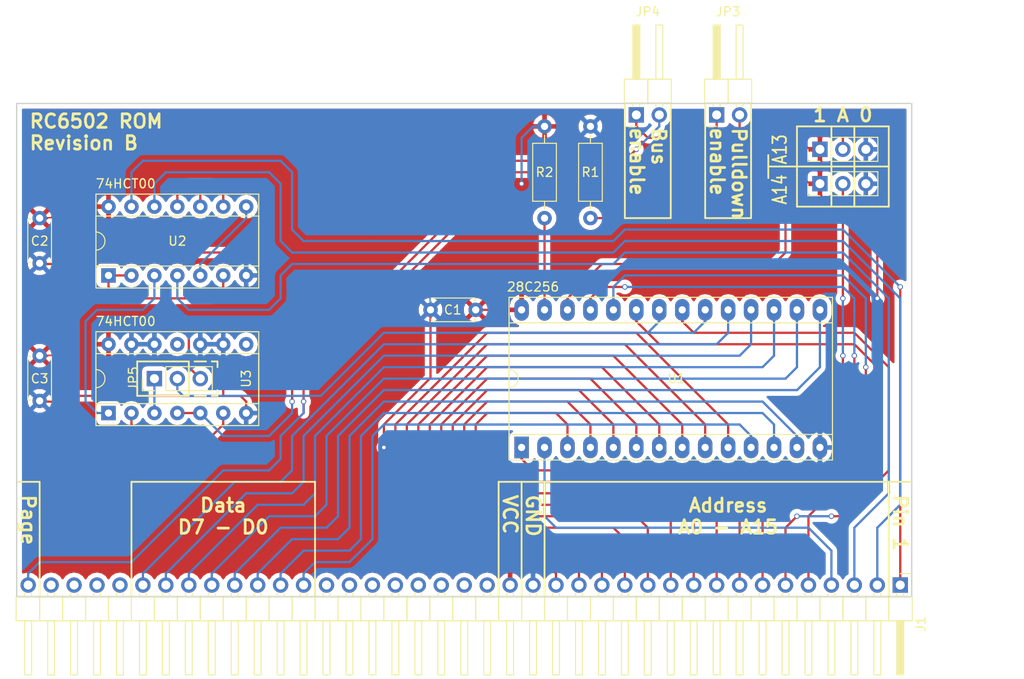
<source format=kicad_pcb>
(kicad_pcb (version 4) (host pcbnew 4.0.6)
  (layers (0 F.Cu signal) (31 B.Cu signal) (34 B.Paste user) (35 F.Paste user) (36 B.SilkS user) (37 F.SilkS user) (38 B.Mask user) (39 F.Mask user) (44 Edge.Cuts user))
  (net 0 "")
  (net 1 VCC)
  (net 2 GND)
  (net 3 A15)
  (net 4 A14)
  (net 5 A13)
  (net 6 A12)
  (net 7 A11)
  (net 8 A10)
  (net 9 A9)
  (net 10 A8)
  (net 11 A7)
  (net 12 A6)
  (net 13 A5)
  (net 14 A4)
  (net 15 A3)
  (net 16 A2)
  (net 17 A1)
  (net 18 A0)
  (net 19 D0)
  (net 20 D1)
  (net 21 D2)
  (net 22 D3)
  (net 23 D4)
  (net 24 D5)
  (net 25 D6)
  (net 26 D7)
  (net 27 "Net-(J1-Pad39)")
  (net 28 A13_W)
  (net 29 A14_W)
  (net 30 PAGE_EN)
  (net 31 "Net-(JP3-Pad2)")
  (net 32 CS)
  (net 33 CS_IN)
  (net 34 "Net-(U2-Pad5)")
  (net 35 "Net-(U2-Pad10)")
  (net 36 "Net-(U2-Pad3)")
  (net 37 "Net-(U3-Pad2)")
  (net 38 "Net-(R2-Pad1)")
  (net 39 "Net-(JP5-Pad1)")
  (module Capacitors_THT:C_Disc_D4.7mm_W2.5mm_P5.00mm (layer F.Cu) (at 160.02 113.03 180)
    (fp_text reference C1 (at 2.54 0 180) (layer F.SilkS))
    (fp_text value 100nF)
    (pad 1 thru_hole circle (at 0 0 180) (size 1.6 1.6) (drill 0.8) (layers *.Cu *.Mask) (net 1 VCC))
    (pad 2 thru_hole circle (at 5 0 180) (size 1.6 1.6) (drill 0.8) (layers *.Cu *.Mask) (net 2 GND))
  )
  (module Capacitors_THT:C_Disc_D4.7mm_W2.5mm_P5.00mm (layer F.Cu) (at 111.76 102.87 270)
    (fp_text reference C2 (at 2.54 0 360) (layer F.SilkS))
    (fp_text value 100nF)
    (pad 1 thru_hole circle (at 0 0 270) (size 1.6 1.6) (drill 0.8) (layers *.Cu *.Mask) (net 1 VCC))
    (pad 2 thru_hole circle (at 5 0 270) (size 1.6 1.6) (drill 0.8) (layers *.Cu *.Mask) (net 2 GND))
  )
  (module Capacitors_THT:C_Disc_D4.7mm_W2.5mm_P5.00mm (layer F.Cu) (at 111.76 118.11 270)
    (fp_text reference C3 (at 2.54 0 360) (layer F.SilkS))
    (fp_text value 100nF)
    (pad 1 thru_hole circle (at 0 0 270) (size 1.6 1.6) (drill 0.8) (layers *.Cu *.Mask) (net 1 VCC))
    (pad 2 thru_hole circle (at 5 0 270) (size 1.6 1.6) (drill 0.8) (layers *.Cu *.Mask) (net 2 GND))
  )
  (module Pin_Headers:Pin_Header_Angled_1x39_Pitch2.54mm (layer F.Cu) (at 207.01 143.51 270)
    (fp_text reference J1 (at 4.315 -2.27 270) (layer F.SilkS))
    (fp_text value CONN_01X39)
    (pad 1 thru_hole rect (at 0 0 270) (size 1.7 1.7) (drill 1) (layers *.Cu *.Mask) (net 3 A15))
    (pad 2 thru_hole oval (at 0 2.54 270) (size 1.7 1.7) (drill 1) (layers *.Cu *.Mask) (net 4 A14))
    (pad 3 thru_hole oval (at 0 5.08 270) (size 1.7 1.7) (drill 1) (layers *.Cu *.Mask) (net 5 A13))
    (pad 4 thru_hole oval (at 0 7.62 270) (size 1.7 1.7) (drill 1) (layers *.Cu *.Mask) (net 6 A12))
    (pad 5 thru_hole oval (at 0 10.16 270) (size 1.7 1.7) (drill 1) (layers *.Cu *.Mask) (net 7 A11))
    (pad 6 thru_hole oval (at 0 12.7 270) (size 1.7 1.7) (drill 1) (layers *.Cu *.Mask) (net 8 A10))
    (pad 7 thru_hole oval (at 0 15.24 270) (size 1.7 1.7) (drill 1) (layers *.Cu *.Mask) (net 9 A9))
    (pad 8 thru_hole oval (at 0 17.78 270) (size 1.7 1.7) (drill 1) (layers *.Cu *.Mask) (net 10 A8))
    (pad 9 thru_hole oval (at 0 20.32 270) (size 1.7 1.7) (drill 1) (layers *.Cu *.Mask) (net 11 A7))
    (pad 10 thru_hole oval (at 0 22.86 270) (size 1.7 1.7) (drill 1) (layers *.Cu *.Mask) (net 12 A6))
    (pad 11 thru_hole oval (at 0 25.4 270) (size 1.7 1.7) (drill 1) (layers *.Cu *.Mask) (net 13 A5))
    (pad 12 thru_hole oval (at 0 27.94 270) (size 1.7 1.7) (drill 1) (layers *.Cu *.Mask) (net 14 A4))
    (pad 13 thru_hole oval (at 0 30.48 270) (size 1.7 1.7) (drill 1) (layers *.Cu *.Mask) (net 15 A3))
    (pad 14 thru_hole oval (at 0 33.02 270) (size 1.7 1.7) (drill 1) (layers *.Cu *.Mask) (net 16 A2))
    (pad 15 thru_hole oval (at 0 35.56 270) (size 1.7 1.7) (drill 1) (layers *.Cu *.Mask) (net 17 A1))
    (pad 16 thru_hole oval (at 0 38.1 270) (size 1.7 1.7) (drill 1) (layers *.Cu *.Mask) (net 18 A0))
    (pad 17 thru_hole oval (at 0 40.64 270) (size 1.7 1.7) (drill 1) (layers *.Cu *.Mask) (net 2 GND))
    (pad 18 thru_hole oval (at 0 43.18 270) (size 1.7 1.7) (drill 1) (layers *.Cu *.Mask) (net 1 VCC))
    (pad 19 thru_hole oval (at 0 45.72 270) (size 1.7 1.7) (drill 1) (layers *.Cu *.Mask))
    (pad 20 thru_hole oval (at 0 48.26 270) (size 1.7 1.7) (drill 1) (layers *.Cu *.Mask))
    (pad 21 thru_hole oval (at 0 50.8 270) (size 1.7 1.7) (drill 1) (layers *.Cu *.Mask))
    (pad 22 thru_hole oval (at 0 53.34 270) (size 1.7 1.7) (drill 1) (layers *.Cu *.Mask))
    (pad 23 thru_hole oval (at 0 55.88 270) (size 1.7 1.7) (drill 1) (layers *.Cu *.Mask))
    (pad 24 thru_hole oval (at 0 58.42 270) (size 1.7 1.7) (drill 1) (layers *.Cu *.Mask))
    (pad 25 thru_hole oval (at 0 60.96 270) (size 1.7 1.7) (drill 1) (layers *.Cu *.Mask))
    (pad 26 thru_hole oval (at 0 63.5 270) (size 1.7 1.7) (drill 1) (layers *.Cu *.Mask))
    (pad 27 thru_hole oval (at 0 66.04 270) (size 1.7 1.7) (drill 1) (layers *.Cu *.Mask) (net 19 D0))
    (pad 28 thru_hole oval (at 0 68.58 270) (size 1.7 1.7) (drill 1) (layers *.Cu *.Mask) (net 20 D1))
    (pad 29 thru_hole oval (at 0 71.12 270) (size 1.7 1.7) (drill 1) (layers *.Cu *.Mask) (net 21 D2))
    (pad 30 thru_hole oval (at 0 73.66 270) (size 1.7 1.7) (drill 1) (layers *.Cu *.Mask) (net 22 D3))
    (pad 31 thru_hole oval (at 0 76.2 270) (size 1.7 1.7) (drill 1) (layers *.Cu *.Mask) (net 23 D4))
    (pad 32 thru_hole oval (at 0 78.74 270) (size 1.7 1.7) (drill 1) (layers *.Cu *.Mask) (net 24 D5))
    (pad 33 thru_hole oval (at 0 81.28 270) (size 1.7 1.7) (drill 1) (layers *.Cu *.Mask) (net 25 D6))
    (pad 34 thru_hole oval (at 0 83.82 270) (size 1.7 1.7) (drill 1) (layers *.Cu *.Mask) (net 26 D7))
    (pad 35 thru_hole oval (at 0 86.36 270) (size 1.7 1.7) (drill 1) (layers *.Cu *.Mask))
    (pad 36 thru_hole oval (at 0 88.9 270) (size 1.7 1.7) (drill 1) (layers *.Cu *.Mask))
    (pad 37 thru_hole oval (at 0 91.44 270) (size 1.7 1.7) (drill 1) (layers *.Cu *.Mask))
    (pad 38 thru_hole oval (at 0 93.98 270) (size 1.7 1.7) (drill 1) (layers *.Cu *.Mask))
    (pad 39 thru_hole oval (at 0 96.52 270) (size 1.7 1.7) (drill 1) (layers *.Cu *.Mask) (net 27 "Net-(J1-Pad39)"))
  )
  (module Pin_Headers:Pin_Header_Angled_1x02_Pitch2.54mm (layer F.Cu) (at 186.69 91.44 90)
    (fp_text reference JP3 (at 11.43 1.27 180) (layer F.SilkS))
    (fp_text value "Page PullDown")
    (pad 1 thru_hole rect (at 0 0 90) (size 1.7 1.7) (drill 1) (layers *.Cu *.Mask) (net 30 PAGE_EN))
    (pad 2 thru_hole oval (at 0 2.54 90) (size 1.7 1.7) (drill 1) (layers *.Cu *.Mask) (net 31 "Net-(JP3-Pad2)"))
  )
  (module Pin_Headers:Pin_Header_Angled_1x02_Pitch2.54mm (layer F.Cu) (at 177.8 91.44 90)
    (fp_text reference JP4 (at 11.43 1.27 180) (layer F.SilkS))
    (fp_text value "Bus enable")
    (pad 1 thru_hole rect (at 0 0 90) (size 1.7 1.7) (drill 1) (layers *.Cu *.Mask) (net 30 PAGE_EN))
    (pad 2 thru_hole oval (at 0 2.54 90) (size 1.7 1.7) (drill 1) (layers *.Cu *.Mask) (net 27 "Net-(J1-Pad39)"))
  )
  (module Resistors_THT:R_Axial_DIN0207_L6.3mm_D2.5mm_P10.16mm_Horizontal (layer F.Cu) (at 172.72 92.71 270)
    (fp_text reference R1 (at 5.08 0 360) (layer F.SilkS))
    (fp_text value 10k)
    (pad 1 thru_hole circle (at 0 0 270) (size 1.6 1.6) (drill 0.8) (layers *.Cu *.Mask) (net 2 GND))
    (pad 2 thru_hole oval (at 10.16 0 270) (size 1.6 1.6) (drill 0.8) (layers *.Cu *.Mask) (net 31 "Net-(JP3-Pad2)"))
  )
  (module Resistors_THT:R_Axial_DIN0207_L6.3mm_D2.5mm_P10.16mm_Horizontal (layer F.Cu) (at 167.64 102.87 90)
    (fp_text reference R2 (at 5.08 0 180) (layer F.SilkS))
    (fp_text value 3.3k)
    (pad 1 thru_hole circle (at 0 0 90) (size 1.6 1.6) (drill 0.8) (layers *.Cu *.Mask) (net 38 "Net-(R2-Pad1)"))
    (pad 2 thru_hole oval (at 10.16 0 90) (size 1.6 1.6) (drill 0.8) (layers *.Cu *.Mask) (net 1 VCC))
  )
  (module Housings_DIP:DIP-28_W15.24mm_Socket_LongPads (layer F.Cu) (at 165.1 128.27 90)
    (fp_text reference U1 (at 7.62 17.145 180) (layer F.SilkS))
    (fp_text value 28C256 (at 17.78 1.27 180) (layer F.SilkS))
    (pad 1 thru_hole rect (at 0 0 90) (size 2.4 1.6) (drill 0.8) (layers *.Cu *.Mask) (net 29 A14_W))
    (pad 15 thru_hole oval (at 15.24 33.02 90) (size 2.4 1.6) (drill 0.8) (layers *.Cu *.Mask) (net 22 D3))
    (pad 2 thru_hole oval (at 0 2.54 90) (size 2.4 1.6) (drill 0.8) (layers *.Cu *.Mask) (net 6 A12))
    (pad 16 thru_hole oval (at 15.24 30.48 90) (size 2.4 1.6) (drill 0.8) (layers *.Cu *.Mask) (net 23 D4))
    (pad 3 thru_hole oval (at 0 5.08 90) (size 2.4 1.6) (drill 0.8) (layers *.Cu *.Mask) (net 11 A7))
    (pad 17 thru_hole oval (at 15.24 27.94 90) (size 2.4 1.6) (drill 0.8) (layers *.Cu *.Mask) (net 24 D5))
    (pad 4 thru_hole oval (at 0 7.62 90) (size 2.4 1.6) (drill 0.8) (layers *.Cu *.Mask) (net 12 A6))
    (pad 18 thru_hole oval (at 15.24 25.4 90) (size 2.4 1.6) (drill 0.8) (layers *.Cu *.Mask) (net 25 D6))
    (pad 5 thru_hole oval (at 0 10.16 90) (size 2.4 1.6) (drill 0.8) (layers *.Cu *.Mask) (net 13 A5))
    (pad 19 thru_hole oval (at 15.24 22.86 90) (size 2.4 1.6) (drill 0.8) (layers *.Cu *.Mask) (net 26 D7))
    (pad 6 thru_hole oval (at 0 12.7 90) (size 2.4 1.6) (drill 0.8) (layers *.Cu *.Mask) (net 14 A4))
    (pad 20 thru_hole oval (at 15.24 20.32 90) (size 2.4 1.6) (drill 0.8) (layers *.Cu *.Mask) (net 32 CS))
    (pad 7 thru_hole oval (at 0 15.24 90) (size 2.4 1.6) (drill 0.8) (layers *.Cu *.Mask) (net 15 A3))
    (pad 21 thru_hole oval (at 15.24 17.78 90) (size 2.4 1.6) (drill 0.8) (layers *.Cu *.Mask) (net 8 A10))
    (pad 8 thru_hole oval (at 0 17.78 90) (size 2.4 1.6) (drill 0.8) (layers *.Cu *.Mask) (net 16 A2))
    (pad 22 thru_hole oval (at 15.24 15.24 90) (size 2.4 1.6) (drill 0.8) (layers *.Cu *.Mask) (net 32 CS))
    (pad 9 thru_hole oval (at 0 20.32 90) (size 2.4 1.6) (drill 0.8) (layers *.Cu *.Mask) (net 17 A1))
    (pad 23 thru_hole oval (at 15.24 12.7 90) (size 2.4 1.6) (drill 0.8) (layers *.Cu *.Mask) (net 7 A11))
    (pad 10 thru_hole oval (at 0 22.86 90) (size 2.4 1.6) (drill 0.8) (layers *.Cu *.Mask) (net 18 A0))
    (pad 24 thru_hole oval (at 15.24 10.16 90) (size 2.4 1.6) (drill 0.8) (layers *.Cu *.Mask) (net 9 A9))
    (pad 11 thru_hole oval (at 0 25.4 90) (size 2.4 1.6) (drill 0.8) (layers *.Cu *.Mask) (net 19 D0))
    (pad 25 thru_hole oval (at 15.24 7.62 90) (size 2.4 1.6) (drill 0.8) (layers *.Cu *.Mask) (net 10 A8))
    (pad 12 thru_hole oval (at 0 27.94 90) (size 2.4 1.6) (drill 0.8) (layers *.Cu *.Mask) (net 20 D1))
    (pad 26 thru_hole oval (at 15.24 5.08 90) (size 2.4 1.6) (drill 0.8) (layers *.Cu *.Mask) (net 28 A13_W))
    (pad 13 thru_hole oval (at 0 30.48 90) (size 2.4 1.6) (drill 0.8) (layers *.Cu *.Mask) (net 21 D2))
    (pad 27 thru_hole oval (at 15.24 2.54 90) (size 2.4 1.6) (drill 0.8) (layers *.Cu *.Mask) (net 38 "Net-(R2-Pad1)"))
    (pad 14 thru_hole oval (at 0 33.02 90) (size 2.4 1.6) (drill 0.8) (layers *.Cu *.Mask) (net 2 GND))
    (pad 28 thru_hole oval (at 15.24 0 90) (size 2.4 1.6) (drill 0.8) (layers *.Cu *.Mask) (net 1 VCC))
  )
  (module Housings_DIP:DIP-14_W7.62mm_Socket (layer F.Cu) (at 119.38 109.22 90)
    (fp_text reference U2 (at 3.81 7.62 180) (layer F.SilkS))
    (fp_text value 74HCT00 (at 10.16 1.905 180) (layer F.SilkS))
    (pad 1 thru_hole rect (at 0 0 90) (size 1.6 1.6) (drill 0.8) (layers *.Cu *.Mask) (net 33 CS_IN))
    (pad 8 thru_hole oval (at 7.62 15.24 90) (size 1.6 1.6) (drill 0.8) (layers *.Cu *.Mask) (net 34 "Net-(U2-Pad5)"))
    (pad 2 thru_hole oval (at 0 2.54 90) (size 1.6 1.6) (drill 0.8) (layers *.Cu *.Mask) (net 33 CS_IN))
    (pad 9 thru_hole oval (at 7.62 12.7 90) (size 1.6 1.6) (drill 0.8) (layers *.Cu *.Mask) (net 35 "Net-(U2-Pad10)"))
    (pad 3 thru_hole oval (at 0 5.08 90) (size 1.6 1.6) (drill 0.8) (layers *.Cu *.Mask) (net 36 "Net-(U2-Pad3)"))
    (pad 10 thru_hole oval (at 7.62 10.16 90) (size 1.6 1.6) (drill 0.8) (layers *.Cu *.Mask) (net 35 "Net-(U2-Pad10)"))
    (pad 4 thru_hole oval (at 0 7.62 90) (size 1.6 1.6) (drill 0.8) (layers *.Cu *.Mask) (net 5 A13))
    (pad 11 thru_hole oval (at 7.62 7.62 90) (size 1.6 1.6) (drill 0.8) (layers *.Cu *.Mask) (net 35 "Net-(U2-Pad10)"))
    (pad 5 thru_hole oval (at 0 10.16 90) (size 1.6 1.6) (drill 0.8) (layers *.Cu *.Mask) (net 34 "Net-(U2-Pad5)"))
    (pad 12 thru_hole oval (at 7.62 5.08 90) (size 1.6 1.6) (drill 0.8) (layers *.Cu *.Mask) (net 4 A14))
    (pad 6 thru_hole oval (at 0 12.7 90) (size 1.6 1.6) (drill 0.8) (layers *.Cu *.Mask) (net 33 CS_IN))
    (pad 13 thru_hole oval (at 7.62 2.54 90) (size 1.6 1.6) (drill 0.8) (layers *.Cu *.Mask) (net 3 A15))
    (pad 7 thru_hole oval (at 0 15.24 90) (size 1.6 1.6) (drill 0.8) (layers *.Cu *.Mask) (net 2 GND))
    (pad 14 thru_hole oval (at 7.62 0 90) (size 1.6 1.6) (drill 0.8) (layers *.Cu *.Mask) (net 1 VCC))
  )
  (module Housings_DIP:DIP-14_W7.62mm_Socket (layer F.Cu) (at 119.38 124.46 90)
    (fp_text reference U3 (at 3.81 15.24 270) (layer F.SilkS))
    (fp_text value 74HCT00 (at 10.16 1.905 180) (layer F.SilkS))
    (pad 1 thru_hole rect (at 0 0 90) (size 1.6 1.6) (drill 0.8) (layers *.Cu *.Mask) (net 36 "Net-(U2-Pad3)"))
    (pad 8 thru_hole oval (at 7.62 15.24 90) (size 1.6 1.6) (drill 0.8) (layers *.Cu *.Mask))
    (pad 2 thru_hole oval (at 0 2.54 90) (size 1.6 1.6) (drill 0.8) (layers *.Cu *.Mask) (net 37 "Net-(U3-Pad2)"))
    (pad 9 thru_hole oval (at 7.62 12.7 90) (size 1.6 1.6) (drill 0.8) (layers *.Cu *.Mask) (net 2 GND))
    (pad 3 thru_hole oval (at 0 5.08 90) (size 1.6 1.6) (drill 0.8) (layers *.Cu *.Mask) (net 39 "Net-(JP5-Pad1)"))
    (pad 10 thru_hole oval (at 7.62 10.16 90) (size 1.6 1.6) (drill 0.8) (layers *.Cu *.Mask) (net 2 GND))
    (pad 4 thru_hole oval (at 0 7.62 90) (size 1.6 1.6) (drill 0.8) (layers *.Cu *.Mask) (net 30 PAGE_EN))
    (pad 11 thru_hole oval (at 7.62 7.62 90) (size 1.6 1.6) (drill 0.8) (layers *.Cu *.Mask))
    (pad 5 thru_hole oval (at 0 10.16 90) (size 1.6 1.6) (drill 0.8) (layers *.Cu *.Mask) (net 30 PAGE_EN))
    (pad 12 thru_hole oval (at 7.62 5.08 90) (size 1.6 1.6) (drill 0.8) (layers *.Cu *.Mask) (net 2 GND))
    (pad 6 thru_hole oval (at 0 12.7 90) (size 1.6 1.6) (drill 0.8) (layers *.Cu *.Mask) (net 37 "Net-(U3-Pad2)"))
    (pad 13 thru_hole oval (at 7.62 2.54 90) (size 1.6 1.6) (drill 0.8) (layers *.Cu *.Mask) (net 2 GND))
    (pad 7 thru_hole oval (at 0 15.24 90) (size 1.6 1.6) (drill 0.8) (layers *.Cu *.Mask) (net 2 GND))
    (pad 14 thru_hole oval (at 7.62 0 90) (size 1.6 1.6) (drill 0.8) (layers *.Cu *.Mask) (net 1 VCC))
  )
  (module Pin_Headers:Pin_Header_Straight_1x03_Pitch2.54mm (layer F.Cu) (at 198.12 95.25 90)
    (fp_text reference JP1)
    (fp_text value "A13 Select")
    (pad 1 thru_hole rect (at 0 0 90) (size 1.7 1.7) (drill 1) (layers *.Cu *.Mask) (net 1 VCC))
    (pad 2 thru_hole oval (at 0 2.54 90) (size 1.7 1.7) (drill 1) (layers *.Cu *.Mask) (net 28 A13_W))
    (pad 3 thru_hole oval (at 0 5.08 90) (size 1.7 1.7) (drill 1) (layers *.Cu *.Mask) (net 2 GND))
  )
  (module Pin_Headers:Pin_Header_Straight_1x03_Pitch2.54mm (layer F.Cu) (at 198.12 99.06 90)
    (fp_text reference JP2)
    (fp_text value "A14 Select")
    (pad 1 thru_hole rect (at 0 0 90) (size 1.7 1.7) (drill 1) (layers *.Cu *.Mask) (net 1 VCC))
    (pad 2 thru_hole oval (at 0 2.54 90) (size 1.7 1.7) (drill 1) (layers *.Cu *.Mask) (net 29 A14_W))
    (pad 3 thru_hole oval (at 0 5.08 90) (size 1.7 1.7) (drill 1) (layers *.Cu *.Mask) (net 2 GND))
  )
  (module Pin_Headers:Pin_Header_Straight_1x03_Pitch2.54mm (layer F.Cu) (at 124.46 120.65 90)
    (fp_text reference JP5 (at 0 -2.33 90) (layer F.SilkS))
    (fp_text value "Page mode")
    (pad 1 thru_hole rect (at 0 0 90) (size 1.7 1.7) (drill 1) (layers *.Cu *.Mask) (net 39 "Net-(JP5-Pad1)"))
    (pad 2 thru_hole oval (at 0 2.54 90) (size 1.7 1.7) (drill 1) (layers *.Cu *.Mask) (net 32 CS))
    (pad 3 thru_hole oval (at 0 5.08 90) (size 1.7 1.7) (drill 1) (layers *.Cu *.Mask) (net 33 CS_IN))
  )
  (gr_line (start 128.905 118.745) (end 130.175 118.745) (angle 90) (layer F.SilkS) (width 0.2))
  (gr_line (start 130.175 122.555) (end 128.905 122.555) (angle 90) (layer F.SilkS) (width 0.2))
  (gr_line (start 131.445 122.555) (end 130.81 122.555) (angle 90) (layer F.SilkS) (width 0.2))
  (gr_line (start 131.445 121.92) (end 131.445 122.555) (angle 90) (layer F.SilkS) (width 0.2))
  (gr_line (start 131.445 118.745) (end 131.445 119.38) (angle 90) (layer F.SilkS) (width 0.2))
  (gr_line (start 130.81 118.745) (end 131.445 118.745) (angle 90) (layer F.SilkS) (width 0.2))
  (gr_line (start 122.555 118.745) (end 128.27 118.745) (angle 90) (layer F.SilkS) (width 0.2))
  (gr_line (start 122.555 122.555) (end 122.555 118.745) (angle 90) (layer F.SilkS) (width 0.2))
  (gr_line (start 128.27 122.555) (end 122.555 122.555) (angle 90) (layer F.SilkS) (width 0.2))
  (gr_line (start 128.27 118.745) (end 128.27 122.555) (angle 90) (layer F.SilkS) (width 0.2))
  (gr_line (start 192.405 95.885) (end 192.405 98.425) (angle 90) (layer F.SilkS) (width 0.2))
  (gr_line (start 205.74 97.155) (end 192.405 97.155) (angle 90) (layer F.SilkS) (width 0.2))
  (gr_text A14 (at 193.675 99.695 90) (layer F.SilkS) (effects (font (size 1.5 1.2) (thickness 0.2))))
  (gr_text A13 (at 193.675 95.25 90) (layer F.SilkS) (effects (font (size 1.5 1.2) (thickness 0.2))))
  (gr_text Page (at 110.49 133.35 270) (layer F.SilkS) (effects (font (size 1.5 1.5) (thickness 0.3)) (justify left)))
  (gr_text VCC (at 163.83 133.35 270) (layer F.SilkS) (effects (font (size 1.5 1.5) (thickness 0.3)) (justify left)))
  (gr_text GND (at 166.37 133.35 270) (layer F.SilkS) (effects (font (size 1.5 1.5) (thickness 0.3)) (justify left)))
  (gr_text "Pin 1" (at 207.01 133.35 270) (layer F.SilkS) (effects (font (size 1.5 1.5) (thickness 0.3)) (justify left)))
  (gr_text "Address\nA0 - A15" (at 187.96 135.89) (layer F.SilkS) (effects (font (size 1.5 1.5) (thickness 0.3))))
  (gr_text "Data\nD7 - D0" (at 132.08 135.89) (layer F.SilkS) (effects (font (size 1.5 1.5) (thickness 0.3))))
  (gr_line (start 142.24 132.08) (end 142.24 144.78) (angle 90) (layer F.SilkS) (width 0.2))
  (gr_line (start 121.92 132.08) (end 142.24 132.08) (angle 90) (layer F.SilkS) (width 0.2))
  (gr_line (start 121.92 144.78) (end 121.92 132.08) (angle 90) (layer F.SilkS) (width 0.2))
  (gr_line (start 165.1 144.78) (end 165.1 132.08) (angle 90) (layer F.SilkS) (width 0.2))
  (gr_line (start 162.56 132.08) (end 162.56 144.78) (angle 90) (layer F.SilkS) (width 0.2))
  (gr_line (start 167.64 132.08) (end 162.56 132.08) (angle 90) (layer F.SilkS) (width 0.2))
  (gr_line (start 167.64 132.08) (end 205.74 132.08) (angle 90) (layer F.SilkS) (width 0.2))
  (gr_line (start 167.64 144.78) (end 167.64 132.08) (angle 90) (layer F.SilkS) (width 0.2))
  (gr_line (start 205.74 132.08) (end 208.28 132.08) (angle 90) (layer F.SilkS) (width 0.2))
  (gr_line (start 205.74 144.78) (end 205.74 132.08) (angle 90) (layer F.SilkS) (width 0.2))
  (gr_line (start 111.76 132.08) (end 109.22 132.08) (angle 90) (layer F.SilkS) (width 0.2))
  (gr_line (start 111.76 144.78) (end 111.76 132.08) (angle 90) (layer F.SilkS) (width 0.2))
  (gr_text "RC6502 ROM\nRevision B" (at 110.49 93.345) (layer F.SilkS) (effects (font (size 1.5 1.5) (thickness 0.3)) (justify left)))
  (gr_text "Bus\nenable" (at 179.07 92.71 270) (layer F.SilkS) (effects (font (size 1.5 1.5) (thickness 0.3)) (justify left)))
  (gr_text "Pulldown\nenable" (at 187.96 92.71 270) (layer F.SilkS) (effects (font (size 1.5 1.5) (thickness 0.3)) (justify left)))
  (gr_line (start 190.5 102.87) (end 190.5 90.17) (angle 90) (layer F.SilkS) (width 0.2))
  (gr_line (start 185.42 102.87) (end 190.5 102.87) (angle 90) (layer F.SilkS) (width 0.2))
  (gr_line (start 185.42 90.17) (end 185.42 102.87) (angle 90) (layer F.SilkS) (width 0.2))
  (gr_line (start 181.61 102.87) (end 181.61 90.17) (angle 90) (layer F.SilkS) (width 0.2))
  (gr_line (start 176.53 102.87) (end 181.61 102.87) (angle 90) (layer F.SilkS) (width 0.2))
  (gr_line (start 176.53 90.17) (end 176.53 102.87) (angle 90) (layer F.SilkS) (width 0.2))
  (gr_text 0 (at 203.2 91.44) (layer F.SilkS) (effects (font (size 1.5 1.5) (thickness 0.3))))
  (gr_text A (at 200.66 91.44) (layer F.SilkS) (effects (font (size 1.5 1.5) (thickness 0.3))))
  (gr_text 1 (at 198.12 91.44) (layer F.SilkS) (effects (font (size 1.5 1.5) (thickness 0.3))))
  (gr_line (start 201.93 101.6) (end 201.93 92.71) (angle 90) (layer F.SilkS) (width 0.2))
  (gr_line (start 199.39 101.6) (end 199.39 92.71) (angle 90) (layer F.SilkS) (width 0.2))
  (gr_line (start 195.58 101.6) (end 205.74 101.6) (angle 90) (layer F.SilkS) (width 0.2))
  (gr_line (start 195.58 92.71) (end 195.58 101.6) (angle 90) (layer F.SilkS) (width 0.2))
  (gr_line (start 205.74 92.71) (end 195.58 92.71) (angle 90) (layer F.SilkS) (width 0.2))
  (gr_line (start 205.74 101.6) (end 205.74 92.71) (angle 90) (layer F.SilkS) (width 0.2))
  (gr_line (start 208.28 144.78) (end 109.22 144.78) (angle 90) (layer Edge.Cuts) (width 0.15))
  (gr_line (start 208.28 90.17) (end 208.28 144.78) (angle 90) (layer Edge.Cuts) (width 0.15))
  (gr_line (start 109.22 90.17) (end 208.28 90.17) (angle 90) (layer Edge.Cuts) (width 0.15))
  (gr_line (start 109.22 144.78) (end 109.22 90.17) (angle 90) (layer Edge.Cuts) (width 0.15))
  (segment (start 198.12 99.06) (end 198.12 95.25) (width 0.25) (layer F.Cu) (net 1))
  (segment (start 165.1 113.03) (end 165.1 99.06) (width 0.25) (layer F.Cu) (net 1))
  (segment (start 166.37 92.71) (end 167.64 92.71) (width 0.25) (layer B.Cu) (net 1))
  (segment (start 165.1 93.98) (end 166.37 92.71) (width 0.25) (layer B.Cu) (net 1))
  (segment (start 165.1 99.06) (end 165.1 93.98) (width 0.25) (layer B.Cu) (net 1))
  (via (at 165.1 99.06) (size 0.6) (drill 0.4) (layers F.Cu B.Cu) (net 1))
  (segment (start 119.38 116.84) (end 116.84 116.84) (width 0.25) (layer F.Cu) (net 1))
  (segment (start 114.3 118.11) (end 115.57 116.84) (width 0.25) (layer F.Cu) (net 1))
  (segment (start 115.57 116.84) (end 116.84 116.84) (width 0.25) (layer F.Cu) (net 1))
  (segment (start 114.3 118.11) (end 111.76 118.11) (width 0.25) (layer F.Cu) (net 1))
  (segment (start 119.38 101.6) (end 116.84 101.6) (width 0.25) (layer F.Cu) (net 1))
  (segment (start 113.03 102.87) (end 114.3 101.6) (width 0.25) (layer F.Cu) (net 1))
  (segment (start 114.3 101.6) (end 116.84 101.6) (width 0.25) (layer F.Cu) (net 1))
  (segment (start 113.03 102.87) (end 111.76 102.87) (width 0.25) (layer F.Cu) (net 1))
  (segment (start 160.02 113.03) (end 165.1 113.03) (width 0.25) (layer F.Cu) (net 1))
  (segment (start 132.08 122.555) (end 132.08 121.92) (width 0.25) (layer F.Cu) (net 2))
  (segment (start 132.08 121.92) (end 132.08 116.84) (width 0.25) (layer F.Cu) (net 2))
  (segment (start 114.935 122.555) (end 132.08 122.555) (width 0.25) (layer F.Cu) (net 2))
  (segment (start 132.08 122.555) (end 133.985 122.555) (width 0.25) (layer F.Cu) (net 2))
  (segment (start 203.2 99.06) (end 203.2 104.14) (width 0.25) (layer F.Cu) (net 2))
  (via (at 204.47 111.76) (size 0.6) (drill 0.4) (layers F.Cu B.Cu) (net 2))
  (segment (start 204.47 105.41) (end 204.47 111.76) (width 0.25) (layer F.Cu) (net 2))
  (segment (start 203.2 104.14) (end 204.47 105.41) (width 0.25) (layer F.Cu) (net 2))
  (segment (start 203.2 95.25) (end 203.2 99.06) (width 0.25) (layer F.Cu) (net 2))
  (segment (start 155.02 113.03) (end 155.02 120.57) (width 0.25) (layer F.Cu) (net 2))
  (via (at 149.86 128.27) (size 0.6) (drill 0.4) (layers F.Cu B.Cu) (net 2))
  (segment (start 149.86 125.73) (end 149.86 128.27) (width 0.25) (layer F.Cu) (net 2))
  (segment (start 155.02 120.57) (end 149.86 125.73) (width 0.25) (layer F.Cu) (net 2))
  (segment (start 121.92 116.84) (end 124.46 116.84) (width 0.25) (layer F.Cu) (net 2))
  (segment (start 134.62 109.22) (end 134.62 107.95) (width 0.25) (layer F.Cu) (net 2))
  (segment (start 114.3 107.95) (end 111.84 107.95) (width 0.25) (layer F.Cu) (net 2))
  (segment (start 115.57 106.68) (end 114.3 107.95) (width 0.25) (layer F.Cu) (net 2))
  (segment (start 133.35 106.68) (end 115.57 106.68) (width 0.25) (layer F.Cu) (net 2))
  (segment (start 134.62 107.95) (end 133.35 106.68) (width 0.25) (layer F.Cu) (net 2))
  (segment (start 111.84 107.95) (end 111.76 107.87) (width 0.25) (layer F.Cu) (net 2))
  (segment (start 134.62 124.46) (end 134.62 123.19) (width 0.25) (layer F.Cu) (net 2))
  (segment (start 134.62 123.19) (end 133.985 122.555) (width 0.25) (layer F.Cu) (net 2))
  (segment (start 114.3 123.19) (end 111.84 123.19) (width 0.25) (layer F.Cu) (net 2))
  (segment (start 114.935 122.555) (end 114.3 123.19) (width 0.25) (layer F.Cu) (net 2))
  (segment (start 111.84 123.19) (end 111.76 123.11) (width 0.25) (layer F.Cu) (net 2))
  (segment (start 198.12 128.27) (end 198.12 125.73) (width 0.25) (layer B.Cu) (net 2))
  (segment (start 198.12 125.73) (end 204.47 119.38) (width 0.25) (layer B.Cu) (net 2))
  (segment (start 204.47 119.38) (end 204.47 111.76) (width 0.25) (layer B.Cu) (net 2))
  (segment (start 155.02 110.41) (end 155.02 113.03) (width 0.25) (layer B.Cu) (net 2))
  (segment (start 204.47 111.76) (end 200.66 107.95) (width 0.25) (layer B.Cu) (net 2))
  (segment (start 200.66 107.95) (end 176.53 107.95) (width 0.25) (layer B.Cu) (net 2))
  (segment (start 176.53 107.95) (end 175.26 109.22) (width 0.25) (layer B.Cu) (net 2))
  (segment (start 175.26 109.22) (end 156.21 109.22) (width 0.25) (layer B.Cu) (net 2))
  (segment (start 156.21 109.22) (end 155.02 110.41) (width 0.25) (layer B.Cu) (net 2))
  (segment (start 148.59 105.41) (end 140.97 105.41) (width 0.25) (layer B.Cu) (net 3))
  (segment (start 200.66 104.14) (end 176.53 104.14) (width 0.25) (layer B.Cu) (net 3))
  (via (at 207.01 110.49) (size 0.6) (drill 0.4) (layers F.Cu B.Cu) (net 3))
  (segment (start 207.01 110.49) (end 200.66 104.14) (width 0.25) (layer B.Cu) (net 3))
  (segment (start 207.01 143.51) (end 207.01 110.49) (width 0.25) (layer F.Cu) (net 3))
  (segment (start 175.26 105.41) (end 148.59 105.41) (width 0.25) (layer B.Cu) (net 3))
  (segment (start 176.53 104.14) (end 175.26 105.41) (width 0.25) (layer B.Cu) (net 3))
  (segment (start 121.92 97.79) (end 121.92 101.6) (width 0.25) (layer B.Cu) (net 3))
  (segment (start 123.19 96.52) (end 121.92 97.79) (width 0.25) (layer B.Cu) (net 3))
  (segment (start 138.43 96.52) (end 123.19 96.52) (width 0.25) (layer B.Cu) (net 3))
  (segment (start 139.7 97.79) (end 138.43 96.52) (width 0.25) (layer B.Cu) (net 3))
  (segment (start 139.7 104.14) (end 139.7 97.79) (width 0.25) (layer B.Cu) (net 3))
  (segment (start 140.97 105.41) (end 139.7 104.14) (width 0.25) (layer B.Cu) (net 3))
  (segment (start 124.46 101.6) (end 124.46 99.06) (width 0.25) (layer B.Cu) (net 4))
  (segment (start 200.66 105.41) (end 176.53 105.41) (width 0.25) (layer B.Cu) (net 4))
  (segment (start 204.47 137.16) (end 207.01 134.62) (width 0.25) (layer B.Cu) (net 4))
  (segment (start 207.01 134.62) (end 207.01 111.76) (width 0.25) (layer B.Cu) (net 4))
  (segment (start 204.47 137.16) (end 204.47 143.51) (width 0.25) (layer B.Cu) (net 4))
  (segment (start 207.01 111.76) (end 200.66 105.41) (width 0.25) (layer B.Cu) (net 4))
  (segment (start 175.26 106.68) (end 148.59 106.68) (width 0.25) (layer B.Cu) (net 4))
  (segment (start 176.53 105.41) (end 175.26 106.68) (width 0.25) (layer B.Cu) (net 4))
  (segment (start 139.7 106.68) (end 148.59 106.68) (width 0.25) (layer B.Cu) (net 4))
  (segment (start 138.43 105.41) (end 139.7 106.68) (width 0.25) (layer B.Cu) (net 4))
  (segment (start 138.43 99.06) (end 138.43 105.41) (width 0.25) (layer B.Cu) (net 4))
  (segment (start 137.16 97.79) (end 138.43 99.06) (width 0.25) (layer B.Cu) (net 4))
  (segment (start 125.73 97.79) (end 137.16 97.79) (width 0.25) (layer B.Cu) (net 4))
  (segment (start 124.46 99.06) (end 125.73 97.79) (width 0.25) (layer B.Cu) (net 4))
  (segment (start 148.59 107.95) (end 139.7 107.95) (width 0.25) (layer B.Cu) (net 5))
  (segment (start 200.66 106.68) (end 176.53 106.68) (width 0.25) (layer B.Cu) (net 5))
  (segment (start 201.93 137.16) (end 205.74 133.35) (width 0.25) (layer B.Cu) (net 5))
  (segment (start 205.74 133.35) (end 205.74 111.76) (width 0.25) (layer B.Cu) (net 5))
  (segment (start 201.93 143.51) (end 201.93 137.16) (width 0.25) (layer B.Cu) (net 5))
  (segment (start 205.74 111.76) (end 200.66 106.68) (width 0.25) (layer B.Cu) (net 5))
  (segment (start 175.26 107.95) (end 148.59 107.95) (width 0.25) (layer B.Cu) (net 5))
  (segment (start 176.53 106.68) (end 175.26 107.95) (width 0.25) (layer B.Cu) (net 5))
  (segment (start 127 111.76) (end 127 109.22) (width 0.25) (layer B.Cu) (net 5))
  (segment (start 128.27 113.03) (end 127 111.76) (width 0.25) (layer B.Cu) (net 5))
  (segment (start 137.16 113.03) (end 128.27 113.03) (width 0.25) (layer B.Cu) (net 5))
  (segment (start 138.43 111.76) (end 137.16 113.03) (width 0.25) (layer B.Cu) (net 5))
  (segment (start 138.43 110.49) (end 138.43 111.76) (width 0.25) (layer B.Cu) (net 5))
  (segment (start 138.43 109.22) (end 138.43 110.49) (width 0.25) (layer B.Cu) (net 5))
  (segment (start 139.7 107.95) (end 138.43 109.22) (width 0.25) (layer B.Cu) (net 5))
  (segment (start 199.39 143.51) (end 199.39 139.7) (width 0.25) (layer B.Cu) (net 6))
  (segment (start 167.64 135.89) (end 167.64 128.27) (width 0.25) (layer B.Cu) (net 6))
  (segment (start 168.91 137.16) (end 167.64 135.89) (width 0.25) (layer B.Cu) (net 6))
  (segment (start 196.85 137.16) (end 168.91 137.16) (width 0.25) (layer B.Cu) (net 6))
  (segment (start 199.39 139.7) (end 196.85 137.16) (width 0.25) (layer B.Cu) (net 6))
  (segment (start 204.47 119.38) (end 201.93 116.84) (width 0.25) (layer F.Cu) (net 7))
  (segment (start 196.85 143.51) (end 196.85 135.89) (width 0.25) (layer F.Cu) (net 7))
  (segment (start 204.47 123.19) (end 204.47 130.81) (width 0.25) (layer F.Cu) (net 7))
  (segment (start 204.47 130.81) (end 200.66 134.62) (width 0.25) (layer F.Cu) (net 7))
  (segment (start 200.66 134.62) (end 198.12 134.62) (width 0.25) (layer F.Cu) (net 7))
  (segment (start 198.12 134.62) (end 196.85 135.89) (width 0.25) (layer F.Cu) (net 7))
  (segment (start 204.47 123.19) (end 204.47 119.38) (width 0.25) (layer F.Cu) (net 7))
  (segment (start 177.8 114.3) (end 177.8 113.03) (width 0.25) (layer F.Cu) (net 7))
  (segment (start 180.34 116.84) (end 177.8 114.3) (width 0.25) (layer F.Cu) (net 7))
  (segment (start 201.93 116.84) (end 180.34 116.84) (width 0.25) (layer F.Cu) (net 7))
  (segment (start 205.74 119.38) (end 201.93 115.57) (width 0.25) (layer F.Cu) (net 8))
  (segment (start 194.31 137.16) (end 195.58 135.89) (width 0.25) (layer F.Cu) (net 8))
  (via (at 195.58 135.89) (size 0.6) (drill 0.4) (layers F.Cu B.Cu) (net 8))
  (segment (start 195.58 135.89) (end 199.39 135.89) (width 0.25) (layer B.Cu) (net 8))
  (via (at 199.39 135.89) (size 0.6) (drill 0.4) (layers F.Cu B.Cu) (net 8))
  (segment (start 199.39 135.89) (end 200.66 135.89) (width 0.25) (layer F.Cu) (net 8))
  (segment (start 200.66 135.89) (end 205.74 130.81) (width 0.25) (layer F.Cu) (net 8))
  (segment (start 205.74 130.81) (end 205.74 123.19) (width 0.25) (layer F.Cu) (net 8))
  (segment (start 194.31 143.51) (end 194.31 137.16) (width 0.25) (layer F.Cu) (net 8))
  (segment (start 205.74 119.38) (end 205.74 123.19) (width 0.25) (layer F.Cu) (net 8))
  (segment (start 182.88 114.3) (end 182.88 113.03) (width 0.25) (layer F.Cu) (net 8))
  (segment (start 184.15 115.57) (end 182.88 114.3) (width 0.25) (layer F.Cu) (net 8))
  (segment (start 201.93 115.57) (end 184.15 115.57) (width 0.25) (layer F.Cu) (net 8))
  (via (at 203.2 119.38) (size 0.6) (drill 0.4) (layers F.Cu B.Cu) (net 9))
  (segment (start 203.2 123.19) (end 203.2 119.38) (width 0.25) (layer F.Cu) (net 9))
  (segment (start 191.77 134.62) (end 193.04 133.35) (width 0.25) (layer F.Cu) (net 9))
  (segment (start 193.04 133.35) (end 200.66 133.35) (width 0.25) (layer F.Cu) (net 9))
  (segment (start 200.66 133.35) (end 203.2 130.81) (width 0.25) (layer F.Cu) (net 9))
  (segment (start 203.2 130.81) (end 203.2 123.19) (width 0.25) (layer F.Cu) (net 9))
  (segment (start 191.77 143.51) (end 191.77 134.62) (width 0.25) (layer F.Cu) (net 9))
  (segment (start 175.26 110.49) (end 175.26 113.03) (width 0.25) (layer B.Cu) (net 9))
  (segment (start 176.53 109.22) (end 175.26 110.49) (width 0.25) (layer B.Cu) (net 9))
  (segment (start 179.07 109.22) (end 176.53 109.22) (width 0.25) (layer B.Cu) (net 9))
  (segment (start 200.66 109.22) (end 179.07 109.22) (width 0.25) (layer B.Cu) (net 9))
  (segment (start 203.2 111.76) (end 200.66 109.22) (width 0.25) (layer B.Cu) (net 9))
  (segment (start 203.2 115.57) (end 203.2 111.76) (width 0.25) (layer B.Cu) (net 9))
  (segment (start 203.2 119.38) (end 203.2 115.57) (width 0.25) (layer B.Cu) (net 9))
  (segment (start 201.93 120.65) (end 201.93 118.11) (width 0.25) (layer F.Cu) (net 10))
  (segment (start 189.23 143.51) (end 189.23 133.35) (width 0.25) (layer F.Cu) (net 10))
  (segment (start 201.93 130.81) (end 201.93 120.65) (width 0.25) (layer F.Cu) (net 10))
  (segment (start 200.66 132.08) (end 201.93 130.81) (width 0.25) (layer F.Cu) (net 10))
  (segment (start 190.5 132.08) (end 200.66 132.08) (width 0.25) (layer F.Cu) (net 10))
  (segment (start 189.23 133.35) (end 190.5 132.08) (width 0.25) (layer F.Cu) (net 10))
  (segment (start 172.72 111.76) (end 172.72 113.03) (width 0.25) (layer F.Cu) (net 10))
  (segment (start 173.99 110.49) (end 172.72 111.76) (width 0.25) (layer F.Cu) (net 10))
  (segment (start 176.53 110.49) (end 173.99 110.49) (width 0.25) (layer F.Cu) (net 10))
  (via (at 176.53 110.49) (size 0.6) (drill 0.4) (layers F.Cu B.Cu) (net 10))
  (segment (start 200.66 110.49) (end 176.53 110.49) (width 0.25) (layer B.Cu) (net 10))
  (segment (start 201.93 111.76) (end 200.66 110.49) (width 0.25) (layer B.Cu) (net 10))
  (segment (start 201.93 113.03) (end 201.93 111.76) (width 0.25) (layer B.Cu) (net 10))
  (segment (start 201.93 114.3) (end 201.93 113.03) (width 0.25) (layer B.Cu) (net 10))
  (segment (start 201.93 118.11) (end 201.93 114.3) (width 0.25) (layer B.Cu) (net 10))
  (via (at 201.93 118.11) (size 0.6) (drill 0.4) (layers F.Cu B.Cu) (net 10))
  (segment (start 170.18 128.27) (end 170.18 125.73) (width 0.25) (layer F.Cu) (net 11))
  (segment (start 186.69 133.35) (end 186.69 143.51) (width 0.25) (layer F.Cu) (net 11))
  (segment (start 185.42 132.08) (end 186.69 133.35) (width 0.25) (layer F.Cu) (net 11))
  (segment (start 184.15 132.08) (end 185.42 132.08) (width 0.25) (layer F.Cu) (net 11))
  (segment (start 182.88 132.08) (end 184.15 132.08) (width 0.25) (layer F.Cu) (net 11))
  (segment (start 162.56 132.08) (end 182.88 132.08) (width 0.25) (layer F.Cu) (net 11))
  (segment (start 160.02 129.54) (end 162.56 132.08) (width 0.25) (layer F.Cu) (net 11))
  (segment (start 160.02 125.73) (end 160.02 129.54) (width 0.25) (layer F.Cu) (net 11))
  (segment (start 161.29 124.46) (end 160.02 125.73) (width 0.25) (layer F.Cu) (net 11))
  (segment (start 168.91 124.46) (end 161.29 124.46) (width 0.25) (layer F.Cu) (net 11))
  (segment (start 170.18 125.73) (end 168.91 124.46) (width 0.25) (layer F.Cu) (net 11))
  (segment (start 184.15 143.51) (end 184.15 134.62) (width 0.25) (layer F.Cu) (net 12))
  (segment (start 172.72 125.73) (end 172.72 128.27) (width 0.25) (layer F.Cu) (net 12))
  (segment (start 170.18 123.19) (end 172.72 125.73) (width 0.25) (layer F.Cu) (net 12))
  (segment (start 161.29 123.19) (end 170.18 123.19) (width 0.25) (layer F.Cu) (net 12))
  (segment (start 158.75 125.73) (end 161.29 123.19) (width 0.25) (layer F.Cu) (net 12))
  (segment (start 158.75 129.54) (end 158.75 125.73) (width 0.25) (layer F.Cu) (net 12))
  (segment (start 162.56 133.35) (end 158.75 129.54) (width 0.25) (layer F.Cu) (net 12))
  (segment (start 182.88 133.35) (end 162.56 133.35) (width 0.25) (layer F.Cu) (net 12))
  (segment (start 184.15 134.62) (end 182.88 133.35) (width 0.25) (layer F.Cu) (net 12))
  (segment (start 181.61 143.51) (end 181.61 137.16) (width 0.25) (layer F.Cu) (net 13))
  (segment (start 175.26 125.73) (end 175.26 128.27) (width 0.25) (layer F.Cu) (net 13))
  (segment (start 171.45 121.92) (end 175.26 125.73) (width 0.25) (layer F.Cu) (net 13))
  (segment (start 161.29 121.92) (end 171.45 121.92) (width 0.25) (layer F.Cu) (net 13))
  (segment (start 157.48 125.73) (end 161.29 121.92) (width 0.25) (layer F.Cu) (net 13))
  (segment (start 157.48 129.54) (end 157.48 125.73) (width 0.25) (layer F.Cu) (net 13))
  (segment (start 162.56 134.62) (end 157.48 129.54) (width 0.25) (layer F.Cu) (net 13))
  (segment (start 180.34 134.62) (end 162.56 134.62) (width 0.25) (layer F.Cu) (net 13))
  (segment (start 181.61 135.89) (end 180.34 134.62) (width 0.25) (layer F.Cu) (net 13))
  (segment (start 181.61 137.16) (end 181.61 135.89) (width 0.25) (layer F.Cu) (net 13))
  (segment (start 177.8 128.27) (end 177.8 125.73) (width 0.25) (layer F.Cu) (net 14))
  (segment (start 179.07 137.16) (end 179.07 143.51) (width 0.25) (layer F.Cu) (net 14))
  (segment (start 177.8 135.89) (end 179.07 137.16) (width 0.25) (layer F.Cu) (net 14))
  (segment (start 162.56 135.89) (end 177.8 135.89) (width 0.25) (layer F.Cu) (net 14))
  (segment (start 156.21 129.54) (end 162.56 135.89) (width 0.25) (layer F.Cu) (net 14))
  (segment (start 156.21 125.73) (end 156.21 129.54) (width 0.25) (layer F.Cu) (net 14))
  (segment (start 161.29 120.65) (end 156.21 125.73) (width 0.25) (layer F.Cu) (net 14))
  (segment (start 172.72 120.65) (end 161.29 120.65) (width 0.25) (layer F.Cu) (net 14))
  (segment (start 177.8 125.73) (end 172.72 120.65) (width 0.25) (layer F.Cu) (net 14))
  (segment (start 180.34 128.27) (end 180.34 125.73) (width 0.25) (layer F.Cu) (net 15))
  (segment (start 176.53 138.43) (end 176.53 143.51) (width 0.25) (layer F.Cu) (net 15))
  (segment (start 175.26 137.16) (end 176.53 138.43) (width 0.25) (layer F.Cu) (net 15))
  (segment (start 162.56 137.16) (end 175.26 137.16) (width 0.25) (layer F.Cu) (net 15))
  (segment (start 154.94 129.54) (end 162.56 137.16) (width 0.25) (layer F.Cu) (net 15))
  (segment (start 154.94 125.73) (end 154.94 129.54) (width 0.25) (layer F.Cu) (net 15))
  (segment (start 161.29 119.38) (end 154.94 125.73) (width 0.25) (layer F.Cu) (net 15))
  (segment (start 173.99 119.38) (end 161.29 119.38) (width 0.25) (layer F.Cu) (net 15))
  (segment (start 180.34 125.73) (end 173.99 119.38) (width 0.25) (layer F.Cu) (net 15))
  (segment (start 173.99 143.51) (end 173.99 139.7) (width 0.25) (layer F.Cu) (net 16))
  (segment (start 173.99 139.7) (end 173.99 140.97) (width 0.25) (layer F.Cu) (net 16))
  (segment (start 173.99 140.97) (end 173.99 139.7) (width 0.25) (layer F.Cu) (net 16))
  (segment (start 173.99 139.7) (end 172.72 138.43) (width 0.25) (layer F.Cu) (net 16))
  (segment (start 172.72 138.43) (end 162.56 138.43) (width 0.25) (layer F.Cu) (net 16))
  (segment (start 162.56 138.43) (end 153.67 129.54) (width 0.25) (layer F.Cu) (net 16))
  (segment (start 153.67 129.54) (end 153.67 125.73) (width 0.25) (layer F.Cu) (net 16))
  (segment (start 153.67 125.73) (end 161.29 118.11) (width 0.25) (layer F.Cu) (net 16))
  (segment (start 161.29 118.11) (end 173.99 118.11) (width 0.25) (layer F.Cu) (net 16))
  (segment (start 173.99 118.11) (end 175.26 118.11) (width 0.25) (layer F.Cu) (net 16))
  (segment (start 175.26 118.11) (end 182.88 125.73) (width 0.25) (layer F.Cu) (net 16))
  (segment (start 182.88 125.73) (end 182.88 128.27) (width 0.25) (layer F.Cu) (net 16))
  (segment (start 171.45 143.51) (end 171.45 140.97) (width 0.25) (layer F.Cu) (net 17))
  (segment (start 185.42 125.73) (end 185.42 128.27) (width 0.25) (layer F.Cu) (net 17))
  (segment (start 176.53 116.84) (end 185.42 125.73) (width 0.25) (layer F.Cu) (net 17))
  (segment (start 161.29 116.84) (end 176.53 116.84) (width 0.25) (layer F.Cu) (net 17))
  (segment (start 152.4 125.73) (end 161.29 116.84) (width 0.25) (layer F.Cu) (net 17))
  (segment (start 152.4 129.54) (end 152.4 125.73) (width 0.25) (layer F.Cu) (net 17))
  (segment (start 162.56 139.7) (end 152.4 129.54) (width 0.25) (layer F.Cu) (net 17))
  (segment (start 170.18 139.7) (end 162.56 139.7) (width 0.25) (layer F.Cu) (net 17))
  (segment (start 171.45 140.97) (end 170.18 139.7) (width 0.25) (layer F.Cu) (net 17))
  (segment (start 168.91 143.51) (end 168.91 142.24) (width 0.25) (layer F.Cu) (net 18))
  (segment (start 187.96 125.73) (end 187.96 128.27) (width 0.25) (layer F.Cu) (net 18))
  (segment (start 177.8 115.57) (end 187.96 125.73) (width 0.25) (layer F.Cu) (net 18))
  (segment (start 161.29 115.57) (end 177.8 115.57) (width 0.25) (layer F.Cu) (net 18))
  (segment (start 151.13 125.73) (end 161.29 115.57) (width 0.25) (layer F.Cu) (net 18))
  (segment (start 151.13 129.54) (end 151.13 125.73) (width 0.25) (layer F.Cu) (net 18))
  (segment (start 162.56 140.97) (end 151.13 129.54) (width 0.25) (layer F.Cu) (net 18))
  (segment (start 167.64 140.97) (end 162.56 140.97) (width 0.25) (layer F.Cu) (net 18))
  (segment (start 168.91 142.24) (end 167.64 140.97) (width 0.25) (layer F.Cu) (net 18))
  (segment (start 146.05 140.97) (end 147.32 139.7) (width 0.25) (layer B.Cu) (net 19))
  (segment (start 147.32 139.7) (end 148.59 138.43) (width 0.25) (layer B.Cu) (net 19))
  (segment (start 149.86 125.73) (end 148.59 127) (width 0.25) (layer B.Cu) (net 19))
  (segment (start 148.59 127) (end 148.59 138.43) (width 0.25) (layer B.Cu) (net 19))
  (segment (start 190.5 128.27) (end 190.5 127) (width 0.25) (layer B.Cu) (net 19))
  (segment (start 189.23 125.73) (end 149.86 125.73) (width 0.25) (layer B.Cu) (net 19))
  (segment (start 190.5 127) (end 189.23 125.73) (width 0.25) (layer B.Cu) (net 19))
  (segment (start 142.24 140.97) (end 140.97 142.24) (width 0.25) (layer B.Cu) (net 19))
  (segment (start 146.05 140.97) (end 142.24 140.97) (width 0.25) (layer B.Cu) (net 19))
  (segment (start 140.97 142.24) (end 140.97 143.51) (width 0.25) (layer B.Cu) (net 19))
  (segment (start 138.43 143.51) (end 138.43 142.24) (width 0.25) (layer B.Cu) (net 20))
  (segment (start 147.32 127) (end 149.86 124.46) (width 0.25) (layer B.Cu) (net 20))
  (segment (start 147.32 138.43) (end 147.32 127) (width 0.25) (layer B.Cu) (net 20))
  (segment (start 146.05 139.7) (end 147.32 138.43) (width 0.25) (layer B.Cu) (net 20))
  (segment (start 140.97 139.7) (end 146.05 139.7) (width 0.25) (layer B.Cu) (net 20))
  (segment (start 138.43 142.24) (end 140.97 139.7) (width 0.25) (layer B.Cu) (net 20))
  (segment (start 193.04 128.27) (end 193.04 125.73) (width 0.25) (layer B.Cu) (net 20))
  (segment (start 191.77 124.46) (end 149.86 124.46) (width 0.25) (layer B.Cu) (net 20))
  (segment (start 193.04 125.73) (end 191.77 124.46) (width 0.25) (layer B.Cu) (net 20))
  (segment (start 149.86 123.19) (end 146.05 127) (width 0.25) (layer B.Cu) (net 21))
  (segment (start 135.89 142.24) (end 135.89 143.51) (width 0.25) (layer B.Cu) (net 21))
  (segment (start 139.7 138.43) (end 135.89 142.24) (width 0.25) (layer B.Cu) (net 21))
  (segment (start 140.97 138.43) (end 139.7 138.43) (width 0.25) (layer B.Cu) (net 21))
  (segment (start 144.78 138.43) (end 140.97 138.43) (width 0.25) (layer B.Cu) (net 21))
  (segment (start 146.05 137.16) (end 144.78 138.43) (width 0.25) (layer B.Cu) (net 21))
  (segment (start 146.05 127) (end 146.05 137.16) (width 0.25) (layer B.Cu) (net 21))
  (segment (start 195.58 128.27) (end 195.58 127) (width 0.25) (layer B.Cu) (net 21))
  (segment (start 182.88 123.19) (end 149.86 123.19) (width 0.25) (layer B.Cu) (net 21))
  (segment (start 191.77 123.19) (end 182.88 123.19) (width 0.25) (layer B.Cu) (net 21))
  (segment (start 195.58 127) (end 191.77 123.19) (width 0.25) (layer B.Cu) (net 21))
  (segment (start 149.86 121.92) (end 144.78 127) (width 0.25) (layer B.Cu) (net 22))
  (segment (start 133.35 142.24) (end 133.35 143.51) (width 0.25) (layer B.Cu) (net 22))
  (segment (start 138.43 137.16) (end 133.35 142.24) (width 0.25) (layer B.Cu) (net 22))
  (segment (start 139.7 137.16) (end 138.43 137.16) (width 0.25) (layer B.Cu) (net 22))
  (segment (start 143.51 137.16) (end 139.7 137.16) (width 0.25) (layer B.Cu) (net 22))
  (segment (start 144.78 135.89) (end 143.51 137.16) (width 0.25) (layer B.Cu) (net 22))
  (segment (start 144.78 127) (end 144.78 135.89) (width 0.25) (layer B.Cu) (net 22))
  (segment (start 198.12 113.03) (end 198.12 119.38) (width 0.25) (layer B.Cu) (net 22))
  (segment (start 195.58 121.92) (end 149.86 121.92) (width 0.25) (layer B.Cu) (net 22))
  (segment (start 198.12 119.38) (end 195.58 121.92) (width 0.25) (layer B.Cu) (net 22))
  (segment (start 130.81 143.51) (end 130.81 142.24) (width 0.25) (layer B.Cu) (net 23))
  (segment (start 143.51 127) (end 149.86 120.65) (width 0.25) (layer B.Cu) (net 23))
  (segment (start 143.51 134.62) (end 143.51 127) (width 0.25) (layer B.Cu) (net 23))
  (segment (start 142.24 135.89) (end 143.51 134.62) (width 0.25) (layer B.Cu) (net 23))
  (segment (start 137.16 135.89) (end 142.24 135.89) (width 0.25) (layer B.Cu) (net 23))
  (segment (start 130.81 142.24) (end 137.16 135.89) (width 0.25) (layer B.Cu) (net 23))
  (segment (start 195.58 119.38) (end 195.58 113.03) (width 0.25) (layer B.Cu) (net 23))
  (segment (start 194.31 120.65) (end 195.58 119.38) (width 0.25) (layer B.Cu) (net 23))
  (segment (start 149.86 120.65) (end 194.31 120.65) (width 0.25) (layer B.Cu) (net 23))
  (segment (start 149.86 119.38) (end 142.24 127) (width 0.25) (layer B.Cu) (net 24))
  (segment (start 128.27 142.24) (end 128.27 143.51) (width 0.25) (layer B.Cu) (net 24))
  (segment (start 135.89 134.62) (end 128.27 142.24) (width 0.25) (layer B.Cu) (net 24))
  (segment (start 140.97 134.62) (end 135.89 134.62) (width 0.25) (layer B.Cu) (net 24))
  (segment (start 142.24 133.35) (end 140.97 134.62) (width 0.25) (layer B.Cu) (net 24))
  (segment (start 142.24 127) (end 142.24 133.35) (width 0.25) (layer B.Cu) (net 24))
  (segment (start 193.04 113.03) (end 193.04 118.11) (width 0.25) (layer B.Cu) (net 24))
  (segment (start 191.77 119.38) (end 149.86 119.38) (width 0.25) (layer B.Cu) (net 24))
  (segment (start 193.04 118.11) (end 191.77 119.38) (width 0.25) (layer B.Cu) (net 24))
  (segment (start 149.86 118.11) (end 140.97 127) (width 0.25) (layer B.Cu) (net 25))
  (segment (start 125.73 142.24) (end 125.73 143.51) (width 0.25) (layer B.Cu) (net 25))
  (segment (start 134.62 133.35) (end 125.73 142.24) (width 0.25) (layer B.Cu) (net 25))
  (segment (start 139.7 133.35) (end 134.62 133.35) (width 0.25) (layer B.Cu) (net 25))
  (segment (start 140.97 132.08) (end 139.7 133.35) (width 0.25) (layer B.Cu) (net 25))
  (segment (start 140.97 127) (end 140.97 132.08) (width 0.25) (layer B.Cu) (net 25))
  (segment (start 190.5 116.84) (end 190.5 113.03) (width 0.25) (layer B.Cu) (net 25))
  (segment (start 189.23 118.11) (end 190.5 116.84) (width 0.25) (layer B.Cu) (net 25))
  (segment (start 149.86 118.11) (end 189.23 118.11) (width 0.25) (layer B.Cu) (net 25))
  (segment (start 149.86 116.84) (end 139.7 127) (width 0.25) (layer B.Cu) (net 26))
  (segment (start 123.19 142.24) (end 123.19 143.51) (width 0.25) (layer B.Cu) (net 26))
  (segment (start 133.35 132.08) (end 123.19 142.24) (width 0.25) (layer B.Cu) (net 26))
  (segment (start 134.62 132.08) (end 133.35 132.08) (width 0.25) (layer B.Cu) (net 26))
  (segment (start 138.43 132.08) (end 134.62 132.08) (width 0.25) (layer B.Cu) (net 26))
  (segment (start 139.7 130.81) (end 138.43 132.08) (width 0.25) (layer B.Cu) (net 26))
  (segment (start 139.7 127) (end 139.7 130.81) (width 0.25) (layer B.Cu) (net 26))
  (segment (start 187.96 113.03) (end 187.96 115.57) (width 0.25) (layer B.Cu) (net 26))
  (segment (start 186.69 116.84) (end 149.86 116.84) (width 0.25) (layer B.Cu) (net 26))
  (segment (start 187.96 115.57) (end 186.69 116.84) (width 0.25) (layer B.Cu) (net 26))
  (segment (start 157.48 104.14) (end 163.83 97.79) (width 0.25) (layer F.Cu) (net 27))
  (segment (start 163.83 97.79) (end 166.37 97.79) (width 0.25) (layer F.Cu) (net 27))
  (segment (start 180.34 91.44) (end 180.34 92.71) (width 0.25) (layer B.Cu) (net 27))
  (segment (start 175.26 97.79) (end 166.37 97.79) (width 0.25) (layer F.Cu) (net 27))
  (segment (start 177.8 95.25) (end 175.26 97.79) (width 0.25) (layer F.Cu) (net 27))
  (via (at 177.8 95.25) (size 0.6) (drill 0.4) (layers F.Cu B.Cu) (net 27))
  (segment (start 180.34 92.71) (end 177.8 95.25) (width 0.25) (layer B.Cu) (net 27))
  (segment (start 140.97 120.65) (end 140.97 123.19) (width 0.25) (layer F.Cu) (net 27))
  (segment (start 157.48 104.14) (end 140.97 120.65) (width 0.25) (layer F.Cu) (net 27))
  (segment (start 140.97 123.19) (end 140.97 124.46) (width 0.25) (layer F.Cu) (net 27))
  (segment (start 140.97 124.46) (end 140.97 123.19) (width 0.25) (layer F.Cu) (net 27))
  (via (at 140.97 123.19) (size 0.6) (drill 0.4) (layers F.Cu B.Cu) (net 27))
  (segment (start 140.97 123.19) (end 140.97 124.46) (width 0.25) (layer B.Cu) (net 27))
  (segment (start 140.97 124.46) (end 138.43 127) (width 0.25) (layer B.Cu) (net 27))
  (segment (start 138.43 127) (end 138.43 129.54) (width 0.25) (layer B.Cu) (net 27))
  (segment (start 138.43 129.54) (end 137.16 130.81) (width 0.25) (layer B.Cu) (net 27))
  (segment (start 137.16 130.81) (end 132.08 130.81) (width 0.25) (layer B.Cu) (net 27))
  (segment (start 132.08 130.81) (end 121.92 140.97) (width 0.25) (layer B.Cu) (net 27))
  (segment (start 121.92 140.97) (end 111.76 140.97) (width 0.25) (layer B.Cu) (net 27))
  (segment (start 111.76 140.97) (end 110.49 142.24) (width 0.25) (layer B.Cu) (net 27))
  (segment (start 110.49 142.24) (end 110.49 143.51) (width 0.25) (layer B.Cu) (net 27))
  (segment (start 170.18 113.03) (end 170.18 111.76) (width 0.25) (layer F.Cu) (net 28))
  (segment (start 170.18 111.76) (end 173.99 107.95) (width 0.25) (layer F.Cu) (net 28))
  (segment (start 200.66 93.98) (end 200.66 95.25) (width 0.25) (layer F.Cu) (net 28))
  (segment (start 199.39 92.71) (end 200.66 93.98) (width 0.25) (layer F.Cu) (net 28))
  (segment (start 195.58 92.71) (end 199.39 92.71) (width 0.25) (layer F.Cu) (net 28))
  (segment (start 194.31 93.98) (end 195.58 92.71) (width 0.25) (layer F.Cu) (net 28))
  (segment (start 194.31 106.68) (end 194.31 93.98) (width 0.25) (layer F.Cu) (net 28))
  (segment (start 193.04 107.95) (end 194.31 106.68) (width 0.25) (layer F.Cu) (net 28))
  (segment (start 173.99 107.95) (end 193.04 107.95) (width 0.25) (layer F.Cu) (net 28))
  (segment (start 165.1 128.27) (end 165.1 129.54) (width 0.25) (layer F.Cu) (net 29))
  (segment (start 200.66 111.76) (end 200.66 99.06) (width 0.25) (layer F.Cu) (net 29))
  (via (at 200.66 111.76) (size 0.6) (drill 0.4) (layers F.Cu B.Cu) (net 29))
  (segment (start 200.66 118.11) (end 200.66 111.76) (width 0.25) (layer B.Cu) (net 29))
  (via (at 200.66 118.11) (size 0.6) (drill 0.4) (layers F.Cu B.Cu) (net 29))
  (segment (start 200.66 129.54) (end 200.66 118.11) (width 0.25) (layer F.Cu) (net 29))
  (segment (start 199.39 130.81) (end 200.66 129.54) (width 0.25) (layer F.Cu) (net 29))
  (segment (start 166.37 130.81) (end 199.39 130.81) (width 0.25) (layer F.Cu) (net 29))
  (segment (start 165.1 129.54) (end 166.37 130.81) (width 0.25) (layer F.Cu) (net 29))
  (segment (start 129.54 124.46) (end 132.08 127) (width 0.25) (layer B.Cu) (net 30))
  (segment (start 177.8 93.98) (end 177.8 91.44) (width 0.25) (layer F.Cu) (net 30))
  (segment (start 175.26 96.52) (end 177.8 93.98) (width 0.25) (layer F.Cu) (net 30))
  (segment (start 163.83 96.52) (end 175.26 96.52) (width 0.25) (layer F.Cu) (net 30))
  (segment (start 139.7 120.65) (end 163.83 96.52) (width 0.25) (layer F.Cu) (net 30))
  (segment (start 139.7 123.19) (end 139.7 120.65) (width 0.25) (layer F.Cu) (net 30))
  (via (at 139.7 123.19) (size 0.6) (drill 0.4) (layers F.Cu B.Cu) (net 30))
  (segment (start 139.7 124.46) (end 139.7 123.19) (width 0.25) (layer B.Cu) (net 30))
  (segment (start 137.16 127) (end 139.7 124.46) (width 0.25) (layer B.Cu) (net 30))
  (segment (start 132.08 127) (end 137.16 127) (width 0.25) (layer B.Cu) (net 30))
  (segment (start 177.8 91.44) (end 177.8 92.71) (width 0.25) (layer F.Cu) (net 30))
  (segment (start 177.8 92.71) (end 179.07 93.98) (width 0.25) (layer F.Cu) (net 30))
  (segment (start 179.07 93.98) (end 185.42 93.98) (width 0.25) (layer F.Cu) (net 30))
  (segment (start 185.42 93.98) (end 186.69 92.71) (width 0.25) (layer F.Cu) (net 30))
  (segment (start 186.69 92.71) (end 186.69 91.44) (width 0.25) (layer F.Cu) (net 30))
  (segment (start 127 124.46) (end 129.54 124.46) (width 0.25) (layer F.Cu) (net 30))
  (segment (start 172.72 102.87) (end 187.96 102.87) (width 0.25) (layer F.Cu) (net 31))
  (segment (start 189.23 101.6) (end 189.23 91.44) (width 0.25) (layer F.Cu) (net 31))
  (segment (start 187.96 102.87) (end 189.23 101.6) (width 0.25) (layer F.Cu) (net 31))
  (segment (start 128.27 122.555) (end 127.635 122.555) (width 0.25) (layer B.Cu) (net 32))
  (segment (start 128.27 122.555) (end 142.875 122.555) (width 0.25) (layer B.Cu) (net 32))
  (segment (start 142.875 122.555) (end 149.86 115.57) (width 0.25) (layer B.Cu) (net 32))
  (segment (start 149.86 115.57) (end 153.67 115.57) (width 0.25) (layer B.Cu) (net 32))
  (segment (start 179.07 115.57) (end 153.67 115.57) (width 0.25) (layer B.Cu) (net 32))
  (segment (start 127 121.92) (end 127 120.65) (width 0.25) (layer B.Cu) (net 32))
  (segment (start 127.635 122.555) (end 127 121.92) (width 0.25) (layer B.Cu) (net 32))
  (segment (start 185.42 113.03) (end 185.42 114.3) (width 0.25) (layer B.Cu) (net 32))
  (segment (start 184.15 115.57) (end 179.07 115.57) (width 0.25) (layer B.Cu) (net 32))
  (segment (start 185.42 114.3) (end 184.15 115.57) (width 0.25) (layer B.Cu) (net 32))
  (segment (start 180.34 113.03) (end 180.34 114.3) (width 0.25) (layer B.Cu) (net 32))
  (segment (start 180.34 114.3) (end 179.07 115.57) (width 0.25) (layer B.Cu) (net 32))
  (segment (start 128.27 118.745) (end 128.27 119.38) (width 0.25) (layer F.Cu) (net 33))
  (segment (start 125.73 112.395) (end 128.27 114.935) (width 0.25) (layer F.Cu) (net 33))
  (segment (start 128.27 114.935) (end 128.27 118.745) (width 0.25) (layer F.Cu) (net 33))
  (segment (start 125.73 111.76) (end 125.73 112.395) (width 0.25) (layer F.Cu) (net 33))
  (segment (start 128.27 119.38) (end 129.54 120.65) (width 0.25) (layer F.Cu) (net 33))
  (segment (start 121.92 109.22) (end 119.38 109.22) (width 0.25) (layer F.Cu) (net 33))
  (segment (start 132.08 109.22) (end 132.08 110.49) (width 0.25) (layer F.Cu) (net 33))
  (segment (start 119.38 110.49) (end 119.38 109.22) (width 0.25) (layer F.Cu) (net 33))
  (segment (start 120.65 111.76) (end 119.38 110.49) (width 0.25) (layer F.Cu) (net 33))
  (segment (start 130.81 111.76) (end 125.73 111.76) (width 0.25) (layer F.Cu) (net 33))
  (segment (start 125.73 111.76) (end 120.65 111.76) (width 0.25) (layer F.Cu) (net 33))
  (segment (start 132.08 110.49) (end 130.81 111.76) (width 0.25) (layer F.Cu) (net 33))
  (segment (start 129.54 109.22) (end 129.54 107.95) (width 0.25) (layer B.Cu) (net 34))
  (segment (start 134.62 102.87) (end 134.62 101.6) (width 0.25) (layer B.Cu) (net 34))
  (segment (start 129.54 107.95) (end 134.62 102.87) (width 0.25) (layer B.Cu) (net 34))
  (segment (start 129.54 101.6) (end 129.54 99.06) (width 0.25) (layer F.Cu) (net 35))
  (segment (start 127 101.6) (end 127 100.33) (width 0.25) (layer F.Cu) (net 35))
  (segment (start 132.08 100.33) (end 132.08 101.6) (width 0.25) (layer F.Cu) (net 35))
  (segment (start 130.81 99.06) (end 132.08 100.33) (width 0.25) (layer F.Cu) (net 35))
  (segment (start 128.27 99.06) (end 129.54 99.06) (width 0.25) (layer F.Cu) (net 35))
  (segment (start 129.54 99.06) (end 130.81 99.06) (width 0.25) (layer F.Cu) (net 35))
  (segment (start 127 100.33) (end 128.27 99.06) (width 0.25) (layer F.Cu) (net 35))
  (segment (start 124.46 109.22) (end 124.46 111.76) (width 0.25) (layer B.Cu) (net 36))
  (segment (start 118.11 124.46) (end 116.84 123.19) (width 0.25) (layer B.Cu) (net 36))
  (segment (start 116.84 123.19) (end 116.84 114.3) (width 0.25) (layer B.Cu) (net 36))
  (segment (start 116.84 114.3) (end 118.11 113.03) (width 0.25) (layer B.Cu) (net 36))
  (segment (start 118.11 113.03) (end 123.19 113.03) (width 0.25) (layer B.Cu) (net 36))
  (segment (start 123.19 113.03) (end 124.46 111.76) (width 0.25) (layer B.Cu) (net 36))
  (segment (start 118.11 124.46) (end 119.38 124.46) (width 0.25) (layer B.Cu) (net 36))
  (segment (start 132.08 124.46) (end 132.08 125.73) (width 0.25) (layer F.Cu) (net 37))
  (segment (start 121.92 125.73) (end 121.92 124.46) (width 0.25) (layer F.Cu) (net 37))
  (segment (start 123.19 127) (end 121.92 125.73) (width 0.25) (layer F.Cu) (net 37))
  (segment (start 130.81 127) (end 123.19 127) (width 0.25) (layer F.Cu) (net 37))
  (segment (start 132.08 125.73) (end 130.81 127) (width 0.25) (layer F.Cu) (net 37))
  (segment (start 167.64 113.03) (end 167.64 102.87) (width 0.25) (layer F.Cu) (net 38))
  (segment (start 124.46 124.46) (end 124.46 120.65) (width 0.25) (layer B.Cu) (net 39))
  (zone (net 2) (net_name GND) (layer B.Cu) (connect_pads (clearance 0.508)) (min_thickness 0.254) (fill yes (arc_segments 16) (thermal_gap 0.508) (thermal_bridge_width 0.508))
    (polygon (pts (xy 208.28 144.78) (xy 109.22 144.78) (xy 109.22 90.17) (xy 208.28 90.17)))
  )
  (zone (net 1) (net_name VCC) (layer F.Cu) (connect_pads (clearance 0.508)) (min_thickness 0.254) (fill yes (arc_segments 16) (thermal_gap 0.508) (thermal_bridge_width 0.508))
    (polygon (pts (xy 208.28 144.78) (xy 109.22 144.78) (xy 109.22 90.17) (xy 208.28 90.17)))
  )
)
</source>
